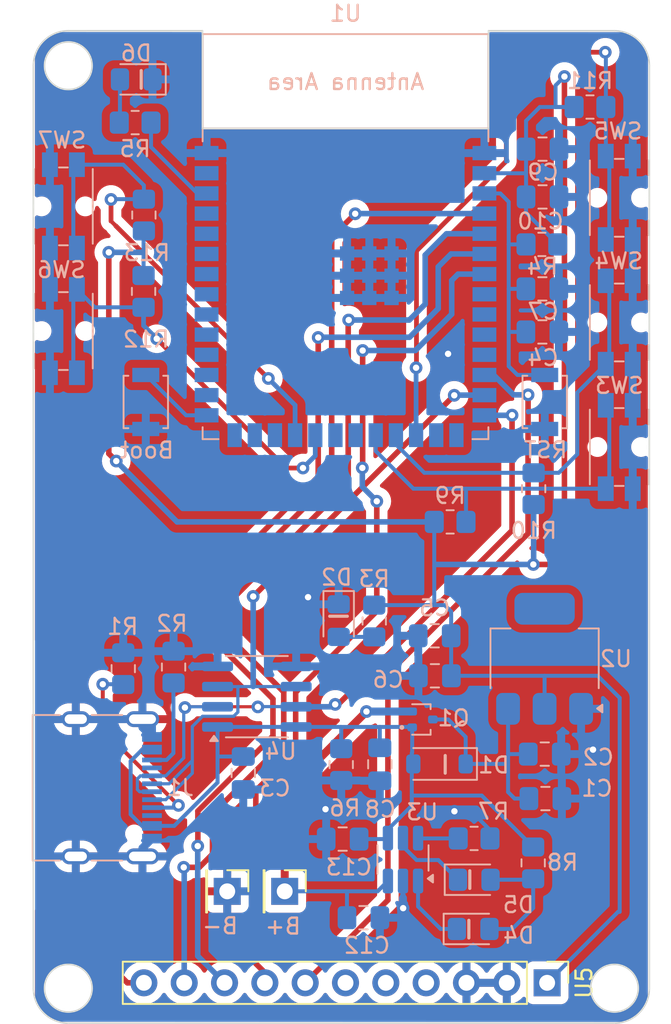
<source format=kicad_pcb>
(kicad_pcb (version 20240108) (generator "pcbnew") (generator_version "8.0")
  (layers (0 "F.Cu" signal) (31 "B.Cu" signal) (34 "B.Paste" user) (35 "F.Paste" user) (36 "B.SilkS" user "B.Silkscreen") (37 "F.SilkS" user "F.Silkscreen") (38 "B.Mask" user) (39 "F.Mask" user) (44 "Edge.Cuts" user))
  (net 0 "")
  (net 1 "GND")
  (net 2 "VCC")
  (net 3 "VBUS")
  (net 4 "RST")
  (net 5 "+3.3V")
  (net 6 "+BATT")
  (net 7 "Net-(D2-A)")
  (net 8 "Net-(D4-A)")
  (net 9 "CHRG")
  (net 10 "STDBY")
  (net 11 "Net-(D6-A)")
  (net 13 "Net-(J1-CC1)")
  (net 14 "D-")
  (net 16 "Net-(J1-CC2)")
  (net 17 "D+")
  (net 21 "LCD-MOSI")
  (net 22 "LCD-RS")
  (net 28 "LCD-CS")
  (net 32 "LCD-CLK")
  (net 33 "LED")
  (net 42 "LCD-RST")
  (net 43 "BOOT")
  (net 47 "Net-(U3-PROG)")
  (net 48 "Back")
  (net 49 "Pause")
  (net 50 "Next")
  (net 51 "VDown")
  (net 52 "VUp")
  (footprint "Connector_PinHeader_2.54mm:PinHeader_1x01_P2.54mm_Vertical" (layer "F.Cu") (at 147.34 118.35 -90)
    (property "Reference" "J2")
    (property "Value" "B+")
  )
  (footprint "Connector_PinHeader_2.54mm:PinHeader_1x01_P2.54mm_Vertical" (layer "F.Cu") (at 143.72 118.35 -90)
    (property "Reference" "J3")
    (property "Value" "B-")
  )
  (footprint "Connector_PinHeader_2.54mm:PinHeader_1x11_P2.54mm_Vertical" (layer "F.Cu") (at 163.87 124.11 -90)
    (property "Reference" "U5")
    (property "Value" "LCD-ST7735S")
  )
  (footprint "Capacitor_SMD:C_0805_2012Metric_Pad1.18x1.45mm_HandSolder" (layer "B.Cu") (at 153.33 110.35 -90)
    (property "Reference" "C8")
    (property "Value" "1uF")
  )
  (footprint "LED_SMD:LED_0805_2012Metric_Pad1.15x1.40mm_HandSolder" (layer "B.Cu") (at 150.74 101.305 -90)
    (property "Reference" "D2")
    (property "Value" "Red")
  )
  (footprint "Resistor_SMD:R_0805_2012Metric_Pad1.20x1.40mm_HandSolder" (layer "B.Cu") (at 159.27 115.02)
    (property "Reference" "R7")
    (property "Value" "5.1K")
  )
  (footprint "Capacitor_SMD:C_0805_2012Metric_Pad1.18x1.45mm_HandSolder" (layer "B.Cu") (at 156.7875 102.26 180)
    (property "Reference" "C5")
    (property "Value" "0.1uF")
  )
  (footprint "PCM_Espressif:ESP32-S3-WROOM-1" (layer "B.Cu") (at 151.17 80.13 180)
    (property "Reference" "U1")
    (property "Value" "ESP32-S3-WROOM-1")
  )
  (footprint "Button_Switch_SMD:Panasonic_EVQPUL_EVQPUC" (layer "B.Cu") (at 168.41 82.535 90)
    (property "Reference" "SW4")
    (property "Value" "SW_Push")
  )
  (footprint "Connector_USB:USB_C_Receptacle_G-Switch_GT-USB-7010ASV" (layer "B.Cu") (at 135.255 111.83 90)
    (property "Reference" "J1")
    (property "Value" "USB_C_Receptacle_USB2.0")
  )
  (footprint "Button_Switch_SMD:Panasonic_EVQPUL_EVQPUC" (layer "B.Cu") (at 168.41 90.375 90)
    (property "Reference" "SW3")
    (property "Value" "SW_Push")
  )
  (footprint "Capacitor_SMD:C_0805_2012Metric_Pad1.18x1.45mm_HandSolder" (layer "B.Cu") (at 163.72 109.71)
    (property "Reference" "C2")
    (property "Value" "0.1uF")
  )
  (footprint "Resistor_SMD:R_0805_2012Metric_Pad1.20x1.40mm_HandSolder" (layer "B.Cu") (at 166.57 68.97 180)
    (property "Reference" "R11")
    (property "Value" "5.1K")
  )
  (footprint "Capacitor_SMD:C_0805_2012Metric_Pad1.18x1.45mm_HandSolder" (layer "B.Cu") (at 150.99 115.06 180)
    (property "Reference" "C13")
    (property "Value" "10uF")
  )
  (footprint "Button_Switch_SMD:Panasonic_EVQPUL_EVQPUC" (layer "B.Cu") (at 168.41 74.685 90)
    (property "Reference" "SW5")
    (property "Value" "SW_Push")
  )
  (footprint "Resistor_SMD:R_0805_2012Metric_Pad1.20x1.40mm_HandSolder" (layer "B.Cu") (at 137.17 104.33 90)
    (property "Reference" "R1")
    (property "Value" "5.1K")
  )
  (footprint "Capacitor_SMD:C_0805_2012Metric_Pad1.18x1.45mm_HandSolder" (layer "B.Cu") (at 163.76 112.51)
    (property "Reference" "C1")
    (property "Value" "10uF")
  )
  (footprint "Button_Switch_SMD:Panasonic_EVQPUL_EVQPUC" (layer "B.Cu") (at 133.4 75.225 -90)
    (property "Reference" "SW7")
    (property "Value" "SW_Push")
  )
  (footprint "LED_SMD:LED_0805_2012Metric_Pad1.15x1.40mm_HandSolder" (layer "B.Cu") (at 159.2125 120.72)
    (property "Reference" "D4")
    (property "Value" "Red")
  )
  (footprint "Resistor_SMD:R_0805_2012Metric_Pad1.20x1.40mm_HandSolder" (layer "B.Cu") (at 162.99 116.56 90)
    (property "Reference" "R8")
    (property "Value" "5.1K")
  )
  (footprint "Resistor_SMD:R_0805_2012Metric_Pad1.20x1.40mm_HandSolder" (layer "B.Cu") (at 163.02 93 -90)
    (property "Reference" "R10")
    (property "Value" "5.1K")
  )
  (footprint "Diode_SMD:D_SOD-123" (layer "B.Cu") (at 157.09 110.33 180)
    (property "Reference" "D1")
    (property "Value" "D_Small")
  )
  (footprint "Capacitor_SMD:C_0805_2012Metric_Pad1.18x1.45mm_HandSolder" (layer "B.Cu") (at 163.57 83.13)
    (property "Reference" "C4")
    (property "Value" "0.1uF")
  )
  (footprint "Button_Switch_SMD:SW_SPST_B3U-1000P" (layer "B.Cu") (at 138.59 87.54 -90)
    (property "Reference" "Boot")
    (property "Value" "SW_Push")
  )
  (footprint "LED_SMD:LED_0805_2012Metric_Pad1.15x1.40mm_HandSolder" (layer "B.Cu") (at 137.9875 67.23 180)
    (property "Reference" "D6")
    (property "Value" "Orange")
  )
  (footprint "Resistor_SMD:R_0805_2012Metric_Pad1.20x1.40mm_HandSolder" (layer "B.Cu") (at 138.45 80.58 90)
    (property "Reference" "R12")
    (property "Value" "5.1K")
  )
  (footprint "Resistor_SMD:R_0805_2012Metric_Pad1.20x1.40mm_HandSolder" (layer "B.Cu") (at 157.76 95.09 180)
    (property "Reference" "R9")
    (property "Value" "5.1K")
  )
  (footprint "Package_TO_SOT_SMD:SOT-223" (layer "B.Cu") (at 163.71 103.71 90)
    (property "Reference" "U2")
    (property "Value" "AMS1117-3.3")
  )
  (footprint "Resistor_SMD:R_0805_2012Metric_Pad1.20x1.40mm_HandSolder" (layer "B.Cu") (at 138.47 75.77 -90)
    (property "Reference" "R13")
    (property "Value" "5.1K")
  )
  (footprint "Resistor_SMD:R_0805_2012Metric_Pad1.20x1.40mm_HandSolder" (layer "B.Cu") (at 152.98 101.33 -90)
    (property "Reference" "R3")
    (property "Value" "5.1K")
  )
  (footprint "Package_TO_SOT_SMD:SOT-23-6_Handsoldering" (layer "B.Cu") (at 154.79 116.35 90)
    (property "Reference" "U3")
    (property "Value" "TP4057")
  )
  (footprint "Capacitor_SMD:C_0805_2012Metric_Pad1.18x1.45mm_HandSolder" (layer "B.Cu") (at 144.73 110.9 90)
    (property "Reference" "C3")
    (property "Value" "0.1uF")
  )
  (footprint "Capacitor_SMD:C_0805_2012Metric_Pad1.18x1.45mm_HandSolder" (layer "B.Cu") (at 163.58 71.62 180)
    (property "Reference" "C9")
    (property "Value" "10uF")
  )
  (footprint "Resistor_SMD:R_0805_2012Metric_Pad1.20x1.40mm_HandSolder" (layer "B.Cu") (at 150.9 110.37 90)
    (property "Reference" "R6")
    (property "Value" "5.1K")
  )
  (footprint "Button_Switch_SMD:SW_SPST_B3U-1000P" (layer "B.Cu") (at 163.72 87.54 -90)
    (property "Reference" "RST")
    (property "Value" "SW_Push")
  )
  (footprint "Capacitor_SMD:C_0805_2012Metric_Pad1.18x1.45mm_HandSolder" (layer "B.Cu") (at 163.58 74.63 180)
    (property "Reference" "C10")
    (property "Value" "0.1uF")
  )
  (footprint "Resistor_SMD:R_0805_2012Metric_Pad1.20x1.40mm_HandSolder" (layer "B.Cu") (at 163.54 77.62)
    (property "Reference" "R4")
    (property "Value" "10K")
  )
  (footprint "Capacitor_SMD:C_0805_2012Metric_Pad1.18x1.45mm_HandSolder" (layer "B.Cu") (at 156.8 104.78 180)
    (property "Reference" "C6")
    (property "Value" "10uF")
  )
  (footprint "Package_SO:SOIC-8_3.9x4.9mm_P1.27mm" (layer "B.Cu") (at 145.585 106.095)
    (property "Reference" "U4")
    (property "Value" "USB6B1")
  )
  (footprint "Button_Switch_SMD:Panasonic_EVQPUL_EVQPUC" (layer "B.Cu") (at 133.4 83.075 -90)
    (property "Reference" "SW6")
    (property "Value" "SW_Push")
  )
  (footprint "Resistor_SMD:R_0805_2012Metric_Pad1.20x1.40mm_HandSolder" (layer "B.Cu") (at 140.34 104.23 90)
    (property "Reference" "R2")
    (property "Value" "5.1K")
  )
  (footprint "LED_SMD:LED_0805_2012Metric_Pad1.15x1.40mm_HandSolder" (layer "B.Cu") (at 159.28 117.62)
    (property "Reference" "D5")
    (property "Value" "Blue")
  )
  (footprint "Resistor_SMD:R_0805_2012Metric_Pad1.20x1.40mm_HandSolder" (layer "B.Cu") (at 137.92 69.95)
    (property "Reference" "R5")
    (property "Value" "5.1K")
  )
  (footprint "Capacitor_SMD:C_0805_2012Metric_Pad1.18x1.45mm_HandSolder" (layer "B.Cu") (at 152.3 120.01)
    (property "Reference" "C12")
    (property "Value" "10uF")
  )
  (footprint "Package_TO_SOT_SMD:SOT-416" (layer "B.Cu") (at 156.02 107.53)
    (property "Reference" "Q1")
    (property "Value" "Q_PMOS_GSD")
  )
  (footprint "Capacitor_SMD:C_0805_2012Metric_Pad1.18x1.45mm_HandSolder" (layer "B.Cu") (at 163.57 80.42 180)
    (property "Reference" "C7")
    (property "Value" "1uF")
  )
  (gr_line (start 158.94 121.285) (end 158.94 120.175) (stroke (width 0.2)) (layer "B.SilkS"))
  (gr_line (start 138.3 67.785) (end 138.3 66.675) (stroke (width 0.2)) (layer "B.SilkS"))
  (gr_line (start 151.285 101.03) (end 150.175 101.03) (stroke (width 0.2)) (layer "B.SilkS"))
  (gr_line (start 157.45 110.91) (end 157.45 109.8) (stroke (width 0.2)) (layer "B.SilkS"))
  (gr_line (start 159 118.165) (end 159 117.055) (stroke (width 0.2)) (layer "B.SilkS"))
  (gr_circle (center 168.11 124.45) (end 169.61 124.45) (stroke (width 0.1)) (fill none) (layer "Edge.Cuts"))
  (gr_line (start 133.71 126.65) (end 168.11 126.65) (stroke (width 0.1)) (layer "Edge.Cuts"))
  (gr_circle (center 133.71 124.45) (end 133.71 125.95) (stroke (width 0.1)) (fill none) (layer "Edge.Cuts"))
  (gr_circle (center 133.71 66.37) (end 133.71 64.87) (stroke (width 0.1)) (fill none) (layer "Edge.Cuts"))
  (gr_line (start 142.16 70.32) (end 160.18 70.33) (stroke (width 0.1)) (layer "Edge.Cuts"))
  (gr_line (start 170.31 124.45) (end 170.31 66.37) (stroke (width 0.1)) (layer "Edge.Cuts"))
  (gr_arc (start 168.11 64.17) (mid 169.665635 64.814365) (end 170.31 66.37) (stroke (width 0.1)) (layer "Edge.Cuts"))
  (gr_line (start 168.11 64.17) (end 160.18 64.17) (stroke (width 0.1)) (layer "Edge.Cuts"))
  (gr_line (start 142.16 64.17) (end 142.16 70.32) (stroke (width 0.1)) (layer "Edge.Cuts"))
  (gr_line (start 160.18 64.17) (end 160.18 70.33) (stroke (width 0.1)) (layer "Edge.Cuts"))
  (gr_line (start 131.51 66.37) (end 131.51 124.45) (stroke (width 0.1)) (layer "Edge.Cuts"))
  (gr_arc (start 170.31 124.45) (mid 169.665635 126.005635) (end 168.11 126.65) (stroke (width 0.1)) (layer "Edge.Cuts"))
  (gr_arc (start 131.51 66.37) (mid 132.154365 64.814365) (end 133.71 64.17) (stroke (width 0.1)) (layer "Edge.Cuts"))
  (gr_arc (start 133.71 126.65) (mid 132.154365 126.005635) (end 131.51 124.45) (stroke (width 0.1)) (layer "Edge.Cuts"))
  (gr_line (start 133.71 64.17) (end 142.16 64.17) (stroke (width 0.1)) (layer "Edge.Cuts"))
  (via (at 158.03 113.31) (size 0.8) (drill 0.4) (layers "F.Cu" "B.Cu") (net 1))
  (via (at 149.91 113.18) (size 0.8) (drill 0.4) (layers "F.Cu" "B.Cu") (net 1))
  (via (at 166.76 109.43) (size 0.8) (drill 0.4) (layers "F.Cu" "B.Cu") (net 1))
  (via (at 157.63 84.51) (size 0.8) (drill 0.4) (layers "F.Cu" "B.Cu") (net 1))
  (via (at 148.81 99.83) (size 0.8) (drill 0.4) (layers "F.Cu" "B.Cu") (net 1))
  (via (at 154.8 119.41) (size 0.8) (drill 0.4) (layers "F.Cu" "B.Cu") (net 1))
  (segment (start 138.38 115.63) (end 138.98 115.03) (width 0.5) (layer "B.Cu") (net 1))
  (segment (start 160.27 114.49) (end 160.27 115.02) (width 0.25) (layer "B.Cu") (net 1))
  (segment (start 138.38 108.03) (end 138.98 108.63) (width 0.5) (layer "B.Cu") (net 1))
  (segment (start 158.03 113.31) (end 159.09 113.31) (width 0.25) (layer "B.Cu") (net 1))
  (segment (start 154.79 117.7) (end 154.79 119.4) (width 0.25) (layer "B.Cu") (net 1))
  (segment (start 159.09 113.31) (end 160.27 114.49) (width 0.25) (layer "B.Cu") (net 1))
  (segment (start 154.79 119.4) (end 154.8 119.41) (width 0.25) (layer "B.Cu") (net 1))
  (segment (start 138.38 116.15) (end 138.38 115.63) (width 0.5) (layer "B.Cu") (net 1))
  (segment (start 138.38 107.51) (end 138.38 108.03) (width 0.5) (layer "B.Cu") (net 1))
  (segment (start 161.41 109.7) (end 161.41 106.86) (width 0.25) (layer "B.Cu") (net 2))
  (segment (start 156.67 107.53) (end 157.64 107.53) (width 0.25) (layer "B.Cu") (net 2))
  (segment (start 161.42 109.71) (end 161.41 109.7) (width 0.25) (layer "B.Cu") (net 2))
  (segment (start 161.82 112.51) (end 161.41 112.1) (width 0.25) (layer "B.Cu") (net 2))
  (segment (start 161.41 112.1) (end 161.41 110.33) (width 0.25) (layer "B.Cu") (net 2))
  (segment (start 157.64 107.53) (end 158.74 108.63) (width 0.25) (layer "B.Cu") (net 2))
  (segment (start 162.3175 109.635) (end 162.6825 110) (width 0.25) (layer "B.Cu") (net 2))
  (segment (start 162.7225 112.51) (end 161.82 112.51) (width 0.25) (layer "B.Cu") (net 2))
  (segment (start 161.41 110.33) (end 161.41 109.7) (width 0.25) (layer "B.Cu") (net 2))
  (segment (start 158.74 108.63) (end 158.74 110.33) (width 0.25) (layer "B.Cu") (net 2))
  (segment (start 158.74 110.33) (end 161.41 110.33) (width 0.25) (layer "B.Cu") (net 2))
  (segment (start 162.6825 109.71) (end 161.42 109.71) (width 0.25) (layer "B.Cu") (net 2))
  (segment (start 137.635 113.505051) (end 138.359949 114.23) (width 0.25) (layer "B.Cu") (net 3))
  (segment (start 138.359949 109.43) (end 137.635 110.154949) (width 0.25) (layer "B.Cu") (net 3))
  (segment (start 155.345 112.955) (end 153.84 114.46) (width 0.25) (layer "B.Cu") (net 3))
  (segment (start 153.78 115.06) (end 153.84 115) (width 0.25) (layer "B.Cu") (net 3))
  (segment (start 153.33 109.3125) (end 153.33 108.01) (width 0.25) (layer "B.Cu") (net 3))
  (segment (start 153.34 108) (end 155.26 108) (width 0.25) (layer "B.Cu") (net 3))
  (segment (start 155.26 108) (end 155.37 108.11) (width 0.25) (layer "B.Cu") (net 3))
  (segment (start 153.33 108.01) (end 153.34 108) (width 0.25) (layer "B.Cu") (net 3))
  (segment (start 138.98 114.23) (end 140.379999 114.23) (width 0.25) (layer "B.Cu") (net 3))
  (segment (start 143.11 108) (end 148.06 108) (width 0.25) (layer "B.Cu") (net 3))
  (segment (start 143.11 111.499999) (end 143.11 109.88) (width 0.25) (layer "B.Cu") (net 3))
  (segment (start 138.98 109.43) (end 138.359949 109.43) (width 0.25) (layer "B.Cu") (net 3))
  (segment (start 153.84 114.46) (end 153.84 115) (width 0.25) (layer "B.Cu") (net 3))
  (segment (start 150.88 108) (end 153.34 108) (width 0.25) (layer "B.Cu") (net 3))
  (segment (start 137.635 110.154949) (end 137.635 113.505051) (width 0.25) (layer "B.Cu") (net 3))
  (segment (start 159.75 112.32) (end 155.345 112.32) (width 0.25) (layer "B.Cu") (net 3))
  (segment (start 148.11 108.05) (end 148.06 108) (width 0.25) (layer "B.Cu") (net 3))
  (segment (start 144.73 109.8625) (end 143.1275 109.8625) (width 0.25) (layer "B.Cu") (net 3))
  (segment (start 152.0275 115.06) (end 153.78 115.06) (width 0.25) (layer "B.Cu") (net 3))
  (segment (start 155.37 109.61) (end 155.345 109.635) (width 0.25) (layer "B.Cu") (net 3))
  (segment (start 155.37 108.03) (end 155.37 109.61) (width 0.25) (layer "B.Cu") (net 3))
  (segment (start 143.11 109.88) (end 143.11 108) (width 0.25) (layer "B.Cu") (net 3))
  (segment (start 148.06 108) (end 150.88 108) (width 0.25) (layer "B.Cu") (net 3))
  (segment (start 162.99 115.56) (end 159.75 112.32) (width 0.25) (layer "B.Cu") (net 3))
  (segment (start 150.9 108.02) (end 150.88 108) (width 0.25) (layer "B.Cu") (net 3))
  (segment (start 140.379999 114.23) (end 143.11 111.499999) (width 0.25) (layer "B.Cu") (net 3))
  (segment (start 150.9 109.37) (end 150.9 108.02) (width 0.25) (layer "B.Cu") (net 3))
  (segment (start 138.359949 114.23) (end 138.98 114.23) (width 0.25) (layer "B.Cu") (net 3))
  (segment (start 155.345 112.32) (end 155.345 109.635) (width 0.25) (layer "B.Cu") (net 3))
  (segment (start 143.1275 109.8625) (end 143.11 109.88) (width 0.25) (layer "B.Cu") (net 3))
  (segment (start 155.345 112.955) (end 155.345 112.32) (width 0.25) (layer "B.Cu") (net 3))
  (segment (start 161.45 74.94) (end 160.92 74.41) (width 0.25) (layer "B.Cu") (net 4))
  (segment (start 162.54 77.62) (end 161.46 77.62) (width 0.25) (layer "B.Cu") (net 4))
  (segment (start 161.49 83.13) (end 161.45 83.17) (width 0.25) (layer "B.Cu") (net 4))
  (segment (start 161.46 77.62) (end 161.45 77.61) (width 0.25) (layer "B.Cu") (net 4))
  (segment (start 161.45 80.42) (end 161.45 77.61) (width 0.25) (layer "B.Cu") (net 4))
  (segment (start 162 85.84) (end 161.45 85.29) (width 0.25) (layer "B.Cu") (net 4))
  (segment (start 162.5325 80.42) (end 161.45 80.42) (width 0.25) (layer "B.Cu") (net 4))
  (segment (start 162.5325 83.13) (end 161.49 83.13) (width 0.25) (layer "B.Cu") (net 4))
  (segment (start 161.45 85.29) (end 161.45 83.17) (width 0.25) (layer "B.Cu") (net 4))
  (segment (start 163.72 85.84) (end 162 85.84) (width 0.25) (layer "B.Cu") (net 4))
  (segment (start 161.45 77.61) (end 161.45 76.53) (width 0.25) (layer "B.Cu") (net 4))
  (segment (start 161.45 76.53) (end 161.45 74.94) (width 0.25) (layer "B.Cu") (net 4))
  (segment (start 161.45 83.17) (end 161.45 80.42) (width 0.25) (layer "B.Cu") (net 4))
  (segment (start 160.92 74.41) (end 159.92 74.41) (width 0.25) (layer "B.Cu") (net 4))
  (segment (start 163 97.77) (end 164 97.77) (width 0.35) (layer "F.Cu") (net 5))
  (segment (start 136.26 78.12) (end 136.26 90.79) (width 0.35) (layer "F.Cu") (net 5))
  (segment (start 164.96 96.81) (end 164.96 67.05) (width 0.35) (layer "F.Cu") (net 5))
  (segment (start 164 97.77) (end 164.96 96.81) (width 0.35) (layer "F.Cu") (net 5))
  (segment (start 136.26 90.79) (end 136.73 91.26) (width 0.35) (layer "F.Cu") (net 5))
  (via (at 136.26 78.12) (size 0.8) (drill 0.4) (layers "F.Cu" "B.Cu") (net 5))
  (via (at 136.73 91.26) (size 0.8) (drill 0.4) (layers "F.Cu" "B.Cu") (net 5))
  (via (at 163 97.77) (size 0.8) (drill 0.4) (layers "F.Cu" "B.Cu") (net 5))
  (via (at 164.96 67.05) (size 0.8) (drill 0.4) (layers "F.Cu" "B.Cu") (net 5))
  (segment (start 162.5425 74.63) (end 162.5425 73.1) (width 0.25) (layer "B.Cu") (net 5))
  (segment (start 162.5425 75.6225) (end 164.54 77.62) (width 0.25) (layer "B.Cu") (net 5))
  (segment (start 162.5425 74.63) (end 162.5425 75.6225) (width 0.25) (layer "B.Cu") (net 5))
  (segment (start 152.98 100.33) (end 156.76 100.33) (width 0.25) (layer "B.Cu") (net 5))
  (segment (start 167.05 104.78) (end 168.44 106.17) (width 0.25) (layer "B.Cu") (net 5))
  (segment (start 156.76 97.85) (end 156.76 100.33) (width 0.25) (layer "B.Cu") (net 5))
  (segment (start 136.26 78.12) (end 138.44 78.12) (width 0.35) (layer "B.Cu") (net 5))
  (segment (start 138.45 76.79) (end 138.47 76.77) (width 0.25) (layer "B.Cu") (net 5))
  (segment (start 138.45 79.58) (end 138.45 78.13) (width 0.25) (layer "B.Cu") (net 5))
  (segment (start 163 97.77) (end 163.02 97.75) (width 0.25) (layer "B.Cu") (net 5))
  (segment (start 162.5425 69.8375) (end 162.5425 71.62) (width 0.25) (layer "B.Cu") (net 5))
  (segment (start 157.825 104.7675) (end 157.8375 104.78) (width 0.25) (layer "B.Cu") (net 5))
  (segment (start 164.96 67.05) (end 164.4 67.61) (width 0.25) (layer "B.Cu") (net 5))
  (segment (start 168.34 119.64) (end 163.87 124.11) (width 0.25) (layer "B.Cu") (net 5))
  (segment (start 164.4 67.61) (end 164.4 68.97) (width 0.25) (layer "B.Cu") (net 5))
  (segment (start 162.44 71.62) (end 162.5425 71.62) (width 0.25) (layer "B.Cu") (net 5))
  (segment (start 140.56 95.09) (end 156.76 95.09) (width 0.35) (layer "B.Cu") (net 5))
  (segment (start 157.42 100.33) (end 157.825 100.735) (width 0.25) (layer "B.Cu") (net 5))
  (segment (start 163.02 97.75) (end 163.02 94) (width 0.35) (layer "B.Cu") (net 5))
  (segment (start 163.71 104.78) (end 167.05 104.78) (width 0.25) (layer "B.Cu") (net 5))
  (segment (start 157.8375 104.78) (end 163.71 104.78) (width 0.25) (layer "B.Cu") (net 5))
  (segment (start 157.825 102.26) (end 157.825 104.7675) (width 0.25) (layer "B.Cu") (net 5))
  (segment (start 138.45 78.13) (end 138.45 76.79) (width 0.25) (layer "B.Cu") (net 5))
  (segment (start 156.76 95.09) (end 156.76 97.85) (width 0.25) (layer "B.Cu") (net 5))
  (segment (start 157.825 100.735) (end 157.825 102.26) (width 0.25) (layer "B.Cu") (net 5))
  (segment (start 136.73 91.26) (end 140.56 95.09) (width 0.35) (layer "B.Cu") (net 5))
  (segment (start 168.44 119.64) (end 168.34 119.64) (width 0.25) (layer "B.Cu") (net 5))
  (segment (start 138.44 78.12) (end 138.45 78.13) (width 0.25) (layer "B.Cu") (net 5))
  (segment (start 163.71 104.78) (end 163.71 106.86) (width 0.25) (layer "B.Cu") (net 5))
  (segment (start 163.41 68.97) (end 162.5425 69.8375) (width 0.25) (layer "B.Cu") (net 5))
  (segment (start 156.84 97.77) (end 156.76 97.85) (width 0.25) (layer "B.Cu") (net 5))
  (segment (start 164.97 68.97) (end 163.41 68.97) (width 0.25) (layer "B.Cu") (net 5))
  (segment (start 163 97.77) (end 156.84 97.77) (width 0.35) (layer "B.Cu") (net 5))
  (segment (start 165.57 68.97) (end 164.97 68.97) (width 0.25) (layer "B.Cu") (net 5))
  (segment (start 164.4 68.97) (end 164.97 68.97) (width 0.25) (layer "B.Cu") (net 5))
  (segment (start 168.44 106.17) (end 168.44 119.64) (width 0.25) (layer "B.Cu") (net 5))
  (segment (start 156.76 100.33) (end 157.42 100.33) (width 0.25) (layer "B.Cu") (net 5))
  (segment (start 162.5425 73.1) (end 162.5425 71.62) (width 0.25) (layer "B.Cu") (net 5))
  (segment (start 159.92 73.14) (end 162.5025 73.14) (width 0.25) (layer "B.Cu") (net 5))
  (segment (start 162.5025 73.14) (end 162.5425 73.1) (width 0.25) (layer "B.Cu") (net 5))
  (segment (start 152.49 107.03) (end 147.34 112.18) (width 0.5) (layer "F.Cu") (net 6))
  (segment (start 147.34 112.18) (end 147.34 118.35) (width 0.5) (layer "F.Cu") (net 6))
  (via (at 152.49 107.03) (size 0.8) (drill 0.4) (layers "F.Cu" "B.Cu") (net 6))
  (segment (start 155.37 107.03) (end 152.49 107.03) (width 0.5) (layer "B.Cu") (net 6))
  (segment (start 151.2625 120.01) (end 151.2625 118.4225) (width 0.25) (layer "B.Cu") (net 6))
  (segment (start 151.19 118.35) (end 153.19 118.35) (width 0.25) (layer "B.Cu") (net 6))
  (segment (start 147.34 118.35) (end 151.19 118.35) (width 0.25) (layer "B.Cu") (net 6))
  (segment (start 153.19 118.35) (end 153.84 117.7) (width 0.25) (layer "B.Cu") (net 6))
  (segment (start 151.2625 118.4225) (end 151.19 118.35) (width 0.25) (layer "B.Cu") (net 6))
  (segment (start 152.98 102.33) (end 150.74 102.33) (width 0.25) (layer "B.Cu") (net 7))
  (segment (start 161.67 120.72) (end 162.99 119.4) (width 0.25) (layer "B.Cu") (net 8))
  (segment (start 160.2375 120.72) (end 161.67 120.72) (width 0.25) (layer "B.Cu") (net 8))
  (segment (start 162.93 117.62) (end 162.99 117.56) (width 0.25) (layer "B.Cu") (net 8))
  (segment (start 160.305 117.62) (end 162.93 117.62) (width 0.25) (layer "B.Cu") (net 8))
  (segment (start 162.99 119.4) (end 162.99 117.56) (width 0.25) (layer "B.Cu") (net 8))
  (segment (start 155.74 117.7) (end 155.74 119.3) (width 0.25) (layer "B.Cu") (net 9))
  (segment (start 155.74 119.3) (end 157.16 120.72) (width 0.25) (layer "B.Cu") (net 9))
  (segment (start 157.16 120.72) (end 158.1875 120.72) (width 0.25) (layer "B.Cu") (net 9))
  (segment (start 154.79 115.523932) (end 154.79 115) (width 0.25) (layer "B.Cu") (net 10))
  (segment (start 157.015 116.38) (end 155.646068 116.38) (width 0.25) (layer "B.Cu") (net 10))
  (segment (start 158.255 117.62) (end 157.015 116.38) (width 0.25) (layer "B.Cu") (net 10))
  (segment (start 155.646068 116.38) (end 154.79 115.523932) (width 0.25) (layer "B.Cu") (net 10))
  (segment (start 136.9625 67.23) (end 136.9625 69.9075) (width 0.25) (layer "B.Cu") (net 11))
  (segment (start 136.9625 69.9075) (end 136.92 69.95) (width 0.25) (layer "B.Cu") (net 11))
  (segment (start 140.647347 112.937347) (end 135.88 108.17) (width 0.25) (layer "F.Cu") (net 13))
  (segment (start 135.88 108.17) (end 135.88 105.31) (width 0.25) (layer "F.Cu") (net 13))
  (segment (start 140.647347 112.937347) (end 140.647347 112.717296) (width 0.25) (layer "F.Cu") (net 13))
  (via (at 140.647347 112.937347) (size 0.8) (drill 0.4) (layers "F.Cu" "B.Cu") (net 13))
  (via (at 135.88 105.31) (size 0.8) (drill 0.4) (layers "F.Cu" "B.Cu") (net 13))
  (segment (start 140.504694 113.08) (end 138.98 113.08) (width 0.25) (layer "B.Cu") (net 13))
  (segment (start 140.647347 112.937347) (end 140.504694 113.08) (width 0.25) (layer "B.Cu") (net 13))
  (segment (start 137.15 105.31) (end 137.17 105.33) (width 0.25) (layer "B.Cu") (net 13))
  (segment (start 135.88 105.31) (end 137.15 105.31) (width 0.25) (layer "B.Cu") (net 13))
  (segment (start 145.355 99.785) (end 158.02 87.12) (width 0.35) (layer "F.Cu") (net 14))
  (via (at 145.355 99.785) (size 0.8) (drill 0.4) (layers "F.Cu" "B.Cu") (net 14))
  (via (at 158.02 87.12) (size 0.8) (drill 0.4) (layers "F.Cu" "B.Cu") (net 14))
  (segment (start 145.355 99.785) (end 145.355 105.455) (width 0.35) (layer "B.Cu") (net 14))
  (segment (start 142.164448 107.33) (end 144.125552 107.33) (width 0.2) (layer "B.Cu") (net 14))
  (segment (start 145.355 105.455) (end 145.35 105.46) (width 0.2) (layer "B.Cu") (net 14))
  (segment (start 144.39 105.5) (end 144.43 105.46) (width 0.2) (layer "B.Cu") (net 14))
  (segment (start 144.39 107.065552) (end 144.39 105.5) (width 0.2) (layer "B.Cu") (net 14))
  (segment (start 144.43 105.46) (end 143.11 105.46) (width 0.2) (layer "B.Cu") (net 14))
  (segment (start 158.03 87.11) (end 158.02 87.12) (width 0.2) (layer "B.Cu") (net 14))
  (segment (start 138.98 111.58) (end 140.06 111.58) (width 0.2) (layer "B.Cu") (net 14))
  (segment (start 148.06 105.46) (end 145.35 105.46) (width 0.2) (layer "B.Cu") (net 14))
  (segment (start 145.35 105.46) (end 144.43 105.46) (width 0.2) (layer "B.Cu") (net 14))
  (segment (start 140.06 111.58) (end 141.52 110.12) (width 0.2) (layer "B.Cu") (net 14))
  (segment (start 139.85 112.58) (end 141.52 110.91) (width 0.2) (layer "B.Cu") (net 14))
  (segment (start 144.125552 107.33) (end 144.39 107.065552) (width 0.2) (layer "B.Cu") (net 14))
  (segment (start 141.52 110.91) (end 141.52 107.974448) (width 0.2) (layer "B.Cu") (net 14))
  (segment (start 159.92 87.11) (end 158.03 87.11) (width 0.35) (layer "B.Cu") (net 14))
  (segment (start 141.52 107.974448) (end 142.164448 107.33) (width 0.2) (layer "B.Cu") (net 14))
  (segment (start 138.98 112.58) (end 139.85 112.58) (width 0.2) (layer "B.Cu") (net 14))
  (segment (start 139.9 110.08) (end 140.33 109.65) (width 0.25) (layer "B.Cu") (net 16))
  (segment (start 138.98 110.08) (end 139.9 110.08) (width 0.25) (layer "B.Cu") (net 16))
  (segment (start 140.33 105.29) (end 140.39 105.23) (width 0.25) (layer "B.Cu") (net 16))
  (segment (start 140.33 109.65) (end 140.33 105.29) (width 0.25) (layer "B.Cu") (net 16))
  (segment (start 161.66 95.63) (end 150.71 106.58) (width 0.35) (layer "F.Cu") (net 17))
  (segment (start 150.71 106.58) (end 150.52 106.58) (width 0.35) (layer "F.Cu") (net 17))
  (segment (start 145.65 106.74) (end 145.64 106.73) (width 0.2) (layer "F.Cu") (net 17))
  (segment (start 141.105 106.73) (end 141.055 106.78) (width 0.2) (layer "F.Cu") (net 17))
  (segment (start 161.66 88.37) (end 161.66 95.63) (width 0.35) (layer "F.Cu") (net 17))
  (segment (start 145.64 106.73) (end 141.105 106.73) (width 0.2) (layer "F.Cu") (net 17))
  (via (at 161.66 88.37) (size 0.8) (drill 0.4) (layers "F.Cu" "B.Cu") (net 17))
  (via (at 141.055 106.78) (size 0.8) (drill 0.4) (layers "F.Cu" "B.Cu") (net 17))
  (via (at 145.65 106.74) (size 0.8) (drill 0.4) (layers "F.Cu" "B.Cu") (net 17))
  (via (at 150.52 106.58) (size 0.8) (drill 0.4) (layers "F.Cu" "B.Cu") (net 17))
  (segment (start 150.37 106.73) (end 148.06 106.73) (width 0.35) (layer "B.Cu") (net 17))
  (segment (start 141.055 106.78) (end 140.98 106.855) (width 0.2) (layer "B.Cu") (net 17))
  (segment (start 138.06 111.27) (end 138.25 111.08) (width 0.2) (layer "B.Cu") (net 17))
  (segment (start 150.52 106.58) (end 150.37 106.73) (width 0.2) (layer "B.Cu") (net 17))
  (segment (start 138.25 111.08) (end 138.98 111.08) (width 0.2) (layer "B.Cu") (net 17))
  (segment (start 140.98 109.95) (end 139.85 111.08) (width 0.2) (layer "B.Cu") (net 17))
  (segment (start 139.85 111.08) (end 138.98 111.08) (width 0.2) (layer "B.Cu") (net 17))
  (segment (start 138.2 112.08) (end 138.06 111.94) (width 0.2) (layer "B.Cu") (net 17))
  (segment (start 138.06 111.94) (end 138.06 111.27) (width 0.2) (layer "B.Cu") (net 17))
  (segment (start 140.98 106.855) (end 140.98 109.95) (width 0.2) (layer "B.Cu") (net 17))
  (segment (start 138.98 112.08) (end 138.2 112.08) (width 0.2) (layer "B.Cu") (net 17))
  (segment (start 141.055 106.78) (end 141.105 106.73) (width 0.2) (layer "B.Cu") (net 17))
  (segment (start 161.65 88.38) (end 161.66 88.37) (width 0.2) (layer "B.Cu") (net 17))
  (segment (start 145.67 106.72) (end 148.05 106.72) (width 0.2) (layer "B.Cu") (net 17))
  (segment (start 141.105 106.73) (end 143.11 106.73) (width 0.2) (layer "B.Cu") (net 17))
  (segment (start 145.65 106.74) (end 145.67 106.72) (width 0.2) (layer "B.Cu") (net 17))
  (segment (start 148.05 106.72) (end 148.06 106.73) (width 0.2) (layer "B.Cu") (net 17))
  (segment (start 159.92 88.38) (end 161.65 88.38) (width 0.35) (layer "B.Cu") (net 17))
  (segment (start 145.53 122.91) (end 146.09 123.47) (width 0.35) (layer "F.Cu") (net 21))
  (segment (start 152.25 84.3) (end 152.25 91.67) (width 0.35) (layer "F.Cu") (net 21))
  (segment (start 152.25 91.67) (end 152.23 91.69) (width 0.25) (layer "F.Cu") (net 21))
  (segment (start 153.14 100.71) (end 148.03 105.82) (width 0.35) (layer "F.Cu") (net 21))
  (segment (start 145.52 112.01) (end 145.52 121.75) (width 0.35) (layer "F.Cu") (net 21))
  (segment (start 148.03 109.5) (end 145.52 112.01) (width 0.35) (layer "F.Cu") (net 21))
  (segment (start 145.53 121.76) (end 145.53 122.91) (width 0.35) (layer "F.Cu") (net 21))
  (segment (start 153.14 93.79) (end 153.14 100.71) (width 0.35) (layer "F.Cu") (net 21))
  (segment (start 146.09 123.47) (end 146.09 124.11) (width 0.25) (layer "F.Cu") (net 21))
  (segment (start 145.52 121.75) (end 145.53 121.76) (width 0.25) (layer "F.Cu") (net 21))
  (segment (start 148.03 105.82) (end 148.03 109.5) (width 0.35) (layer "F.Cu") (net 21))
  (via (at 152.25 84.3) (size 0.8) (drill 0.4) (layers "F.Cu" "B.Cu") (net 21))
  (via (at 153.14 93.79) (size 0.8) (drill 0.4) (layers "F.Cu" "B.Cu") (net 21))
  (via (at 152.23 91.69) (size 0.8) (drill 0.4) (layers "F.Cu" "B.Cu") (net 21))
  (segment (start 155.57 84.3) (end 152.25 84.3) (width 0.35) (layer "B.Cu") (net 21))
  (segment (start 157.86 82.01) (end 155.57 84.3) (width 0.35) (layer "B.Cu") (net 21))
  (segment (start 159.92 79.49) (end 158.26 79.49) (width 0.35) (layer "B.Cu") (net 21))
  (segment (start 157.86 79.89) (end 157.86 82.01) (width 0.35) (layer "B.Cu") (net 21))
  (segment (start 152.23 92.88) (end 153.14 93.79) (width 0.35) (layer "B.Cu") (net 21))
  (segment (start 158.26 79.49) (end 157.86 79.89) (width 0.35) (layer "B.Cu") (net 21))
  (segment (start 152.23 91.69) (end 152.23 92.88) (width 0.35) (layer "B.Cu") (net 21))
  (segment (start 141.87 115.49) (end 141.87 113.3) (width 0.35) (layer "F.Cu") (net 22))
  (segment (start 141.86 115.5) (end 141.87 115.49) (width 0.35) (layer "F.Cu") (net 22))
  (segment (start 146.6 106.24) (end 142.4 102.04) (width 0.35) (layer "F.Cu") (net 22))
  (segment (start 146.6 108.57) (end 146.6 106.24) (width 0.35) (layer "F.Cu") (net 22))
  (segment (start 150.3 77.17) (end 151.78 75.69) (width 0.35) (layer "F.Cu") (net 22))
  (segment (start 141.87 113.3) (end 146.6 108.57) (width 0.35) (layer "F.Cu") (net 22))
  (segment (start 142.4 100.37) (end 150.3 92.47) (width 0.35) (layer "F.Cu") (net 22))
  (segment (start 142.4 102.04) (end 142.4 100.37) (width 0.35) (layer "F.Cu") (net 22))
  (segment (start 150.3 92.47) (end 150.3 77.17) (width 0.35) (layer "F.Cu") (net 22))
  (via (at 141.86 115.5) (size 0.8) (drill 0.4) (layers "F.Cu" "B.Cu") (net 22))
  (via (at 151.78 75.69) (size 0.8) (drill 0.4) (layers "F.Cu" "B.Cu") (net 22))
  (segment (start 151.78 75.69) (end 151.79 75.68) (width 0.25) (layer "B.Cu") (net 22))
  (segment (start 151.79 75.68) (end 159.92 75.68) (width 0.35) (layer "B.Cu") (net 22))
  (segment (start 143.55 124.11) (end 141.86 122.42) (width 0.35) (layer "B.Cu") (net 22))
  (segment (start 141.86 122.42) (end 141.86 115.5) (width 0.35) (layer "B.Cu") (net 22))
  (segment (start 135.55 99.84) (end 132.32 103.07) (width 0.35) (layer "F.Cu") (net 28))
  (segment (start 132.32 103.07) (end 132.32 119) (width 0.35) (layer "F.Cu") (net 28))
  (segment (start 149.45 92.24) (end 141.85 99.84) (width 0.35) (layer "F.Cu") (net 28))
  (segment (start 132.32 119) (end 137.43 124.11) (width 0.35) (layer "F.Cu") (net 28))
  (segment (start 137.43 124.11) (end 138.47 124.11) (width 0.35) (layer "F.Cu") (net 28))
  (segment (start 149.45 83.48) (end 149.45 92.24) (width 0.35) (layer "F.Cu") (net 28))
  (segment (start 141.85 99.84) (end 135.55 99.84) (width 0.35) (layer "F.Cu") (net 28))
  (via (at 149.45 83.48) (size 0.8) (drill 0.4) (layers "F.Cu" "B.Cu") (net 28))
  (segment (start 149.465 83.465) (end 155.205 83.465) (width 0.35) (layer "B.Cu") (net 28))
  (segment (start 157.01 79.03) (end 157.82 78.22) (width 0.35) (layer "B.Cu") (net 28))
  (segment (start 155.205 83.465) (end 157.01 81.66) (width 0.35) (layer "B.Cu") (net 28))
  (segment (start 157.01 81.66) (end 157.01 79.03) (width 0.35) (layer "B.Cu") (net 28))
  (segment (start 157.82 78.22) (end 159.92 78.22) (width 0.35) (layer "B.Cu") (net 28))
  (segment (start 149.45 83.48) (end 149.465 83.465) (width 0.25) (layer "B.Cu") (net 28))
  (segment (start 153.84 118.9) (end 148.63 124.11) (width 0.35) (layer "F.Cu") (net 32))
  (segment (start 153.84 104.65) (end 153.84 118.9) (width 0.35) (layer "F.Cu") (net 32))
  (segment (start 162.67 95.82) (end 153.84 104.65) (width 0.35) (layer "F.Cu") (net 32))
  (segment (start 162.67 87.09) (end 162.67 95.82) (width 0.35) (layer "F.Cu") (net 32))
  (via (at 162.67 87.09) (size 0.8) (drill 0.4) (layers "F.Cu" "B.Cu") (net 32))
  (segment (start 159.92 85.84) (end 160.5 85.84) (width 0.25) (layer "B.Cu") (net 32))
  (segment (start 160.5 85.84) (end 161.75 87.09) (width 0.35) (layer "B.Cu") (net 32))
  (segment (start 161.75 87.09) (end 162.67 87.09) (width 0.35) (layer "B.Cu") (net 32))
  (segment (start 138.92 71.49) (end 141.84 74.41) (width 0.25) (layer "B.Cu") (net 33))
  (segment (start 138.92 69.95) (end 138.92 71.49) (width 0.25) (layer "B.Cu") (net 33))
  (segment (start 141.84 74.41) (end 142.42 74.41) (width 0.25) (layer "B.Cu") (net 33))
  (segment (start 147.28 105.8) (end 147.28 109) (width 0.35) (layer "F.Cu") (net 42))
  (segment (start 151.37 82.38) (end 151.34 82.41) (width 0.35) (layer "F.Cu") (net 42))
  (segment (start 143.09 100.9) (end 143.09 101.61) (width 0.35) (layer "F.Cu") (net 42))
  (segment (start 147.28 109) (end 142.79 113.49) (width 0.35) (layer "F.Cu") (net 42))
  (segment (start 141.96 116.84) (end 140.98 116.84) (width 0.35) (layer "F.Cu") (net 42))
  (segment (start 151.34 82.41) (end 151.34 92.65) (width 0.35) (layer "F.Cu") (net 42))
  (segment (start 142.79 116.01) (end 141.96 116.84) (width 0.35) (layer "F.Cu") (net 42))
  (segment (start 142.79 113.49) (end 142.79 116.01) (width 0.35) (layer "F.Cu") (net 42))
  (segment (start 151.34 92.65) (end 143.09 100.9) (width 0.35) (layer "F.Cu") (net 42))
  (segment (start 143.09 101.61) (end 147.28 105.8) (width 0.35) (layer "F.Cu") (net 42))
  (via (at 140.98 116.84) (size 0.8) (drill 0.4) (layers "F.Cu" "B.Cu") (net 42))
  (via (at 151.37 82.38) (size 0.8) (drill 0.4) (layers "F.Cu" "B.Cu") (net 42))
  (segment (start 140.98 116.84) (end 141.01 116.87) (width 0.25) (layer "B.Cu") (net 42))
  (segment (start 156.19 78.29) (end 157.53 76.95) (width 0.35) (layer "B.Cu") (net 42))
  (segment (start 141.01 116.87) (end 141.01 124.11) (width 0.35) (layer "B.Cu") (net 42))
  (segment (start 151.37 82.38) (end 155.19 82.38) (width 0.35) (layer "B.Cu") (net 42))
  (segment (start 157.53 76.95) (end 159.92 76.95) (width 0.35) (layer "B.Cu") (net 42))
  (segment (start 156.19 81.38) (end 156.19 78.29) (width 0.35) (layer "B.Cu") (net 42))
  (segment (start 155.19 82.38) (end 156.19 81.38) (width 0.35) (layer "B.Cu") (net 42))
  (segment (start 141.13 88.38) (end 142.42 88.38) (width 0.25) (layer "B.Cu") (net 43))
  (segment (start 138.59 85.84) (end 141.13 88.38) (width 0.25) (layer "B.Cu") (net 43))
  (segment (start 158.27 115.02) (end 155.76 115.02) (width 0.25) (layer "B.Cu") (net 47))
  (segment (start 155.76 115.02) (end 155.74 115) (width 0.25) (layer "B.Cu") (net 47))
  (segment (start 167.785 92.775) (end 167.56 93) (width 0.25) (layer "B.Cu") (net 48))
  (segment (start 155.445 93) (end 153.075 90.63) (width 0.25) (layer "B.Cu") (net 48))
  (segment (start 158.76 93.01) (end 158.77 93) (width 0.25) (layer "B.Cu") (net 48))
  (segment (start 153.075 90.63) (end 153.075 89.63) (width 0.25) (layer "B.Cu") (net 48))
  (segment (start 167.785 88.25) (end 167.785 92.775) (width 0.25) (layer "B.Cu") (net 48))
  (segment (start 158.76 95.09) (end 158.76 93.01) (width 0.25) (layer "B.Cu") (net 48))
  (segment (start 158.77 93) (end 155.445 93) (width 0.25) (layer "B.Cu") (net 48))
  (segment (start 167.56 88.025) (end 167.785 88.25) (width 0.25) (layer "B.Cu") (net 48))
  (segment (start 167.56 93) (end 158.77 93) (width 0.25) (layer "B.Cu") (net 48))
  (segment (start 167.56 87.75) (end 167.56 88.025) (width 0.25) (layer "B.Cu") (net 48))
  (segment (start 167.785 84.935) (end 167.785 80.135) (width 0.25) (layer "B.Cu") (net 49))
  (segment (start 167.56 85.16) (end 167.785 84.935) (width 0.25) (layer "B.Cu") (net 49))
  (segment (start 154.345 90.21) (end 154.345 89.63) (width 0.25) (layer "B.Cu") (net 49))
  (segment (start 165.77 90.83) (end 164.6 92) (width 0.25) (layer "B.Cu") (net 49))
  (segment (start 163.02 92) (end 156.135 92) (width 0.25) (layer "B.Cu") (net 49))
  (segment (start 164.6 92) (end 163.02 92) (width 0.25) (layer "B.Cu") (net 49))
  (segment (start 165.77 86.95) (end 165.77 90.83) (width 0.25) (layer "B.Cu") (net 49))
  (segment (start 167.785 80.135) (end 167.56 79.91) (width 0.25) (layer "B.Cu") (net 49))
  (segment (start 167.56 85.16) (end 165.77 86.95) (width 0.25) (layer "B.Cu") (net 49))
  (segment (start 156.135 92) (end 154.345 90.21) (width 0.25) (layer "B.Cu") (net 49))
  (segment (start 155.64 85.36) (end 155.64 78.03) (width 0.3) (layer "F.Cu") (net 50))
  (segment (start 155.64 78.03) (end 161.3 72.37) (width 0.3) (layer "F.Cu") (net 50))
  (segment (start 164.14 65.52) (end 167.53 65.52) (width 0.3) (layer "F.Cu") (net 50))
  (segment (start 161.3 72.37) (end 161.3 68.36) (width 0.3) (layer "F.Cu") (net 50))
  (segment (start 155.615 85.385) (end 155.64 85.36) (width 0.3) (layer "F.Cu") (net 50))
  (segment (start 161.3 68.36) (end 164.14 65.52) (width 0.3) (layer "F.Cu") (net 50))
  (via (at 155.615 85.385) (size 0.8) (drill 0.4) (layers "F.Cu" "B.Cu") (net 50))
  (via (at 167.53 65.52) (size 0.8) (drill 0.4) (layers "F.Cu" "B.Cu") (net 50))
  (segment (start 167.57 65.56) (end 167.57 68.97) (width 0.25) (layer "B.Cu") (net 50))
  (segment (start 155.615 85.385) (end 155.615 89.63) (width 0.3) (layer "B.Cu") (net 50))
  (segment (start 167.56 77.31) (end 167.785 77.085) (width 0.25) (layer "B.Cu") (net 50))
  (segment (start 167.57 68.97) (end 167.57 72.05) (width 0.25) (layer "B.Cu") (net 50))
  (segment (start 167.57 72.05) (end 167.56 72.06) (width 0.25) (layer "B.Cu") (net 50))
  (segment (start 167.785 72.285) (end 167.56 72.06) (width 0.25) (layer "B.Cu") (net 50))
  (segment (start 167.785 77.085) (end 167.785 72.285) (width 0.25) (layer "B.Cu") (net 50))
  (segment (start 167.53 65.52) (end 167.57 65.56) (width 0.25) (layer "B.Cu") (net 50))
  (segment (start 155.6 89.645) (end 155.615 89.63) (width 0.25) (layer "B.Cu") (net 50))
  (segment (start 139.28 83.56) (end 147.42 91.7) (width 0.3) (layer "F.Cu") (net 51))
  (segment (start 147.42 91.7) (end 148.49 91.7) (width 0.3) (layer "F.Cu") (net 51))
  (via (at 148.49 91.7) (size 0.8) (drill 0.4) (layers "F.Cu" "B.Cu") (net 51))
  (via (at 139.28 83.56) (size 0.8) (drill 0.4) (layers "F.Cu" "B.Cu") (net 51))
  (segment (start 138.45 82.73) (end 139.28 83.56) (width 0.3) (layer "B.Cu") (net 51))
  (segment (start 135.38 81.58) (end 138.45 81.58) (width 0.25) (layer "B.Cu") (net 51))
  (segment (start 149.265 90.925) (end 149.265 89.63) (width 0.3) (layer "B.Cu") (net 51))
  (segment (start 148.49 91.7) (end 149.265 90.925) (width 0.3) (layer "B.Cu") (net 51))
  (segment (start 134.025 85.475) (end 134.25 85.7) (width 0.25) (layer "B.Cu") (net 51))
  (segment (start 134.25 80.45) (end 134.025 80.675) (width 0.25) (layer "B.Cu") (net 51))
  (segment (start 138.45 81.58) (end 138.45 82.73) (width 0.3) (layer "B.Cu") (net 51))
  (segment (start 134.025 80.675) (end 134.025 85.475) (width 0.25) (layer "B.Cu") (net 51))
  (segment (start 134.25 80.45) (end 135.38 81.58) (width 0.25) (layer "B.Cu") (net 51))
  (segment (start 136.4 76.15) (end 136.7 76.45) (width 0.25) (layer "F.Cu") (net 52))
  (segment (start 136.7 76.45) (end 146.31 86.06) (width 0.3) (layer "F.Cu") (net 52))
  (segment (start 136.4 74.79) (end 136.4 76.15) (width 0.3) (layer "F.Cu") (net 52))
  (via (at 136.4 74.79) (size 0.8) (drill 0.4) (layers "F.Cu" "B.Cu") (net 52))
  (via (at 146.31 86.06) (size 0.8) (drill 0.4) (layers "F.Cu" "B.Cu") (net 52))
  (segment (start 136.42 74.77) (end 136.4 74.79) (width 0.25) (layer "B.Cu") (net 52))
  (segment (start 138.47 74.77) (end 138.47 73.9) (width 0.25) (layer "B.Cu") (net 52))
  (segment (start 137.17 72.6) (end 134.25 72.6) (width 0.25) (layer "B.Cu") (net 52))
  (segment (start 134.25 72.6) (end 134.025 72.825) (width 0.25) (layer "B.Cu") (net 52))
  (segment (start 134.025 77.625) (end 134.25 77.85) (width 0.25) (layer "B.Cu") (net 52))
  (segment (start 134.025 72.825) (end 134.025 77.625) (width 0.25) (layer "B.Cu") (net 52))
  (segment (start 147.995 87.745) (end 147.995 89.63) (width 0.3) (layer "B.Cu") (net 52))
  (segment (start 146.31 86.06) (end 147.995 87.745) (width 0.3) (layer "B.Cu") (net 52))
  (segment (start 138.47 74.77) (end 136.42 74.77) (width 0.25) (layer "B.Cu") (net 52))
  (segment (start 138.47 73.9) (end 137.17 72.6) (width 0.25) (layer "B.Cu") (net 52))
  (zone (net 1) (net_name "GND") (layer "F.Cu") (priority 1) (connect_pads (clearance 0.5)) (min_thickness 0.25) (fill yes (thermal_gap 0.5) (thermal_bridge_width 0.5))
    (polygon (pts (xy 131.61 64.27) (xy 170.21 64.27) (xy 170.21 126.55) (xy 131.61 126.55)))
  )
  (zone (net 1) (net_name "GND") (layer "B.Cu") (connect_pads (clearance 0.5)) (min_thickness 0.25) (fill yes (thermal_gap 0.5) (thermal_bridge_width 0.5))
    (polygon (pts (xy 131.62 64.25) (xy 170.22 64.26) (xy 170.21 126.57) (xy 131.62 126.56) (xy 131.61 64.25)))
  )
)
</source>
